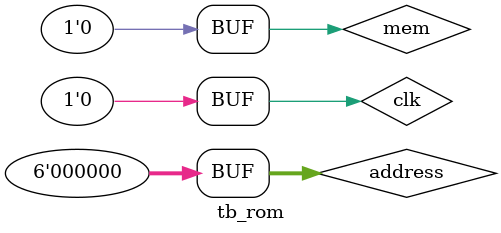
<source format=v>
`timescale 1ns / 1ps


module tb_rom;

	// Inputs
	reg clk;
	reg [5:0] address;
	reg mem;

	// Instantiate the Unit Under Test (UUT)
	rom uut (
		.clk(clk), 
		.address(address), 
		.mem(mem)
	);

	initial begin
		// Initialize Inputs
		clk = 0;
		address = 0;
		mem = 0;

		// Wait 100 ns for global reset to finish
		#100;
        
		// Add stimulus here

	end
      
endmodule


</source>
